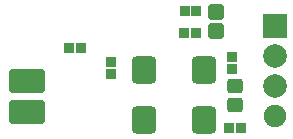
<source format=gbs>
G04*
G04 #@! TF.GenerationSoftware,Altium Limited,Altium Designer,22.7.1 (60)*
G04*
G04 Layer_Color=16711935*
%FSLAX43Y43*%
%MOMM*%
G71*
G04*
G04 #@! TF.SameCoordinates,4746692A-FCE4-4093-9A7F-7E88C9008C25*
G04*
G04*
G04 #@! TF.FilePolarity,Negative*
G04*
G01*
G75*
G04:AMPARAMS|DCode=16|XSize=0.89mm|YSize=0.9mm|CornerRadius=0.224mm|HoleSize=0mm|Usage=FLASHONLY|Rotation=90.000|XOffset=0mm|YOffset=0mm|HoleType=Round|Shape=RoundedRectangle|*
%AMROUNDEDRECTD16*
21,1,0.890,0.453,0,0,90.0*
21,1,0.443,0.900,0,0,90.0*
1,1,0.447,0.226,0.221*
1,1,0.447,0.226,-0.221*
1,1,0.447,-0.226,-0.221*
1,1,0.447,-0.226,0.221*
%
%ADD16ROUNDEDRECTD16*%
G04:AMPARAMS|DCode=21|XSize=0.91mm|YSize=0.9mm|CornerRadius=0.225mm|HoleSize=0mm|Usage=FLASHONLY|Rotation=0.000|XOffset=0mm|YOffset=0mm|HoleType=Round|Shape=RoundedRectangle|*
%AMROUNDEDRECTD21*
21,1,0.910,0.450,0,0,0.0*
21,1,0.460,0.900,0,0,0.0*
1,1,0.450,0.230,-0.225*
1,1,0.450,-0.230,-0.225*
1,1,0.450,-0.230,0.225*
1,1,0.450,0.230,0.225*
%
%ADD21ROUNDEDRECTD21*%
%ADD22R,2.000X2.000*%
%ADD23C,2.000*%
%ADD24C,1.903*%
G04:AMPARAMS|DCode=43|XSize=0.91mm|YSize=0.9mm|CornerRadius=0.225mm|HoleSize=0mm|Usage=FLASHONLY|Rotation=90.000|XOffset=0mm|YOffset=0mm|HoleType=Round|Shape=RoundedRectangle|*
%AMROUNDEDRECTD43*
21,1,0.910,0.450,0,0,90.0*
21,1,0.460,0.900,0,0,90.0*
1,1,0.450,0.225,0.230*
1,1,0.450,0.225,-0.230*
1,1,0.450,-0.225,-0.230*
1,1,0.450,-0.225,0.230*
%
%ADD43ROUNDEDRECTD43*%
G04:AMPARAMS|DCode=44|XSize=1.24mm|YSize=1.33mm|CornerRadius=0.268mm|HoleSize=0mm|Usage=FLASHONLY|Rotation=90.000|XOffset=0mm|YOffset=0mm|HoleType=Round|Shape=RoundedRectangle|*
%AMROUNDEDRECTD44*
21,1,1.240,0.795,0,0,90.0*
21,1,0.705,1.330,0,0,90.0*
1,1,0.535,0.398,0.353*
1,1,0.535,0.398,-0.353*
1,1,0.535,-0.398,-0.353*
1,1,0.535,-0.398,0.353*
%
%ADD44ROUNDEDRECTD44*%
G04:AMPARAMS|DCode=45|XSize=2.1mm|YSize=2.3mm|CornerRadius=0.375mm|HoleSize=0mm|Usage=FLASHONLY|Rotation=0.000|XOffset=0mm|YOffset=0mm|HoleType=Round|Shape=RoundedRectangle|*
%AMROUNDEDRECTD45*
21,1,2.100,1.550,0,0,0.0*
21,1,1.350,2.300,0,0,0.0*
1,1,0.750,0.675,-0.775*
1,1,0.750,-0.675,-0.775*
1,1,0.750,-0.675,0.775*
1,1,0.750,0.675,0.775*
%
%ADD45ROUNDEDRECTD45*%
G04:AMPARAMS|DCode=46|XSize=1.3mm|YSize=1.4mm|CornerRadius=0.275mm|HoleSize=0mm|Usage=FLASHONLY|Rotation=90.000|XOffset=0mm|YOffset=0mm|HoleType=Round|Shape=RoundedRectangle|*
%AMROUNDEDRECTD46*
21,1,1.300,0.850,0,0,90.0*
21,1,0.750,1.400,0,0,90.0*
1,1,0.550,0.425,0.375*
1,1,0.550,0.425,-0.375*
1,1,0.550,-0.425,-0.375*
1,1,0.550,-0.425,0.375*
%
%ADD46ROUNDEDRECTD46*%
G04:AMPARAMS|DCode=47|XSize=2.06mm|YSize=3.12mm|CornerRadius=0.37mm|HoleSize=0mm|Usage=FLASHONLY|Rotation=270.000|XOffset=0mm|YOffset=0mm|HoleType=Round|Shape=RoundedRectangle|*
%AMROUNDEDRECTD47*
21,1,2.060,2.380,0,0,270.0*
21,1,1.320,3.120,0,0,270.0*
1,1,0.740,-1.190,-0.660*
1,1,0.740,-1.190,0.660*
1,1,0.740,1.190,0.660*
1,1,0.740,1.190,-0.660*
%
%ADD47ROUNDEDRECTD47*%
D16*
X20820Y6725D02*
D03*
X20820Y7750D02*
D03*
D21*
X20590Y1709D02*
D03*
X21590Y1709D02*
D03*
X8020Y8500D02*
D03*
X7020Y8500D02*
D03*
X16800Y9800D02*
D03*
X17800D02*
D03*
X16825Y11650D02*
D03*
X17825Y11650D02*
D03*
D22*
X24475Y10370D02*
D03*
D23*
Y7830D02*
D03*
Y5290D02*
D03*
D24*
Y2750D02*
D03*
D43*
X10581Y7329D02*
D03*
Y6329D02*
D03*
D44*
X21090Y3700D02*
D03*
Y5300D02*
D03*
D45*
X13385Y6600D02*
D03*
Y2400D02*
D03*
X18465D02*
D03*
Y6600D02*
D03*
D46*
X19500Y11525D02*
D03*
Y9925D02*
D03*
D47*
X3490Y3105D02*
D03*
X3489Y5695D02*
D03*
M02*

</source>
